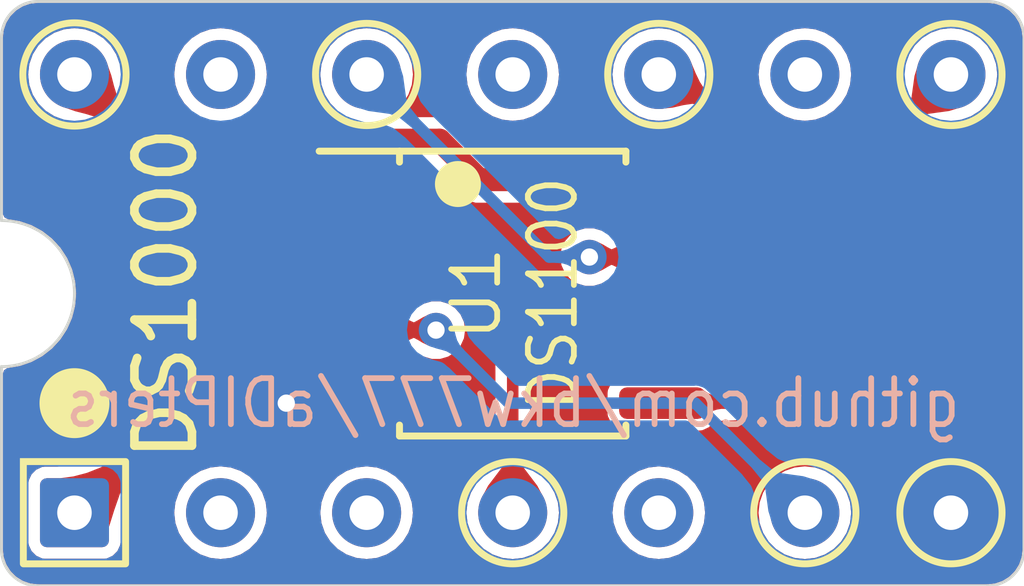
<source format=kicad_pcb>
(kicad_pcb (version 20221018) (generator pcbnew)
  (title_block (title "DS1x00 SOIC8 to DS1000 DIP14 adapter") (date "2023-08-07") (rev "003") (company "Bran. K. White - b.kenyon.w@gmail.com"))
  (layers (0 "F.Cu" signal) (31 "B.Cu" signal) (34 "B.Paste" user) (35 "F.Paste" user) (36 "B.SilkS" user "B.Silkscreen") (37 "F.SilkS" user "F.Silkscreen") (38 "B.Mask" user) (39 "F.Mask" user) (44 "Edge.Cuts" user))
  (net 0 "")
  (net 1 "/IN")
  (net 2 "/TAP2")
  (net 3 "/TAP4")
  (net 4 "GND")
  (net 5 "/TAP5")
  (net 6 "/TAP3")
  (net 7 "/TAP1")
  (net 8 "VCC")
  (footprint "000_LOCAL:DIP14_0.3_pcb_sil_pins" (layer "F.Cu") (at 136.03 103.81 90)
    (fp_text reference "J1" hide)
    (fp_text value "DS1000" hide)
    (fp_circle (center -1.905 -7.62) (end -1.397 -7.62) (stroke (width 0.2)) (fill solid) (layer "F.SilkS"))
    (pad "1" thru_hole roundrect (at -3.81 -7.62 90) (size 1.2 1.2) (drill 0.6) (layers "*.Cu" "*.Mask") (roundrect_rratio 0.1) (net 1 "/IN"))
    (pad "2" thru_hole circle (at -3.81 -5.08 90) (size 1.2 1.2) (drill 0.6) (layers "*.Cu" "*.Mask"))
    (pad "3" thru_hole circle (at -3.81 -2.54 90) (size 1.2 1.2) (drill 0.6) (layers "*.Cu" "*.Mask"))
    (pad "4" thru_hole circle (at -3.81 0 90) (size 1.2 1.2) (drill 0.6) (layers "*.Cu" "*.Mask") (net 2 "/TAP2"))
    (pad "5" thru_hole circle (at -3.81 2.54 90) (size 1.2 1.2) (drill 0.6) (layers "*.Cu" "*.Mask"))
    (pad "6" thru_hole circle (at -3.81 5.08 90) (size 1.2 1.2) (drill 0.6) (layers "*.Cu" "*.Mask") (net 3 "/TAP4"))
    (pad "7" thru_hole circle (at -3.81 7.62 90) (size 1.2 1.2) (drill 0.6) (layers "*.Cu" "*.Mask") (net 4 "GND"))
    (pad "8" thru_hole circle (at 3.81 7.62 90) (size 1.2 1.2) (drill 0.6) (layers "*.Cu" "*.Mask") (net 5 "/TAP5"))
    (pad "9" thru_hole circle (at 3.81 5.08 90) (size 1.2 1.2) (drill 0.6) (layers "*.Cu" "*.Mask"))
    (pad "10" thru_hole circle (at 3.81 2.54 90) (size 1.2 1.2) (drill 0.6) (layers "*.Cu" "*.Mask") (net 6 "/TAP3"))
    (pad "11" thru_hole circle (at 3.81 0 90) (size 1.2 1.2) (drill 0.6) (layers "*.Cu" "*.Mask"))
    (pad "12" thru_hole circle (at 3.81 -2.54 90) (size 1.2 1.2) (drill 0.6) (layers "*.Cu" "*.Mask") (net 7 "/TAP1"))
    (pad "13" thru_hole circle (at 3.81 -5.08 90) (size 1.2 1.2) (drill 0.6) (layers "*.Cu" "*.Mask"))
    (pad "14" thru_hole circle (at 3.81 -7.62 90) (size 1.2 1.2) (drill 0.6) (layers "*.Cu" "*.Mask") (net 8 "VCC"))
  )
  (footprint "000_LOCAL:SOIC-8_3.9x4.9mm_P1.27mm" (layer "F.Cu") (at 136.03 103.81)
    (fp_text reference "U1" (at -0.635 0 90) (layer "F.SilkS") (effects (font (size 0.8 0.8) (thickness 0.1))))
    (fp_text value "DS1100" (at 0.6985 0 90) (layer "F.SilkS") (effects (font (size 0.8 0.7) (thickness 0.1))))
    (fp_line (start -1.9685 -2.286) (end -1.9685 -2.4765) (stroke (width 0.12)) (layer "F.SilkS"))
    (fp_line (start -1.9685 2.4765) (end -1.9685 2.286) (stroke (width 0.12)) (layer "F.SilkS"))
    (fp_line (start 1.9685 -2.4765) (end -3.3655 -2.4765) (stroke (width 0.12)) (layer "F.SilkS"))
    (fp_line (start 1.9685 -2.286) (end 1.9685 -2.4765) (stroke (width 0.12)) (layer "F.SilkS"))
    (fp_line (start 1.9685 2.4765) (end -1.9685 2.4765) (stroke (width 0.12)) (layer "F.SilkS"))
    (fp_line (start 1.9685 2.4765) (end 1.9685 2.286) (stroke (width 0.12)) (layer "F.SilkS"))
    (fp_circle (center -0.9525 -1.905) (end -0.7525 -1.905) (stroke (width 0.4)) (fill none) (layer "F.SilkS"))
    (pad "1" smd roundrect (at -2.6 -1.905) (size 1.5 0.55) (layers "F.Cu" "F.Paste" "F.Mask") (net 1 "/IN"))
    (pad "2" smd roundrect (at -2.6 -0.635) (size 1.5 0.55) (layers "F.Cu" "F.Paste" "F.Mask") (net 2 "/TAP2"))
    (pad "3" smd roundrect (at -2.6 0.635) (size 1.5 0.55) (layers "F.Cu" "F.Paste" "F.Mask") (net 3 "/TAP4"))
    (pad "4" smd roundrect (at -2.6 1.905) (size 1.5 0.55) (layers "F.Cu" "F.Paste" "F.Mask") (net 4 "GND"))
    (pad "5" smd roundrect (at 2.6 1.905) (size 1.5 0.55) (layers "F.Cu" "F.Paste" "F.Mask") (net 5 "/TAP5"))
    (pad "6" smd roundrect (at 2.6 0.635) (size 1.5 0.55) (layers "F.Cu" "F.Paste" "F.Mask") (net 6 "/TAP3"))
    (pad "7" smd roundrect (at 2.6 -0.635) (size 1.5 0.55) (layers "F.Cu" "F.Paste" "F.Mask") (net 7 "/TAP1"))
    (pad "8" smd roundrect (at 2.6 -1.905) (size 1.5 0.55) (layers "F.Cu" "F.Paste" "F.Mask") (net 8 "VCC"))
  )
  (gr_circle (center 143.65 100) (end 143.65 100.889) (stroke (width 0.12)) (fill none) (layer "F.SilkS"))
  (gr_circle (center 138.57 100) (end 138.57 100.889) (stroke (width 0.12)) (fill none) (layer "F.SilkS"))
  (gr_circle (center 143.65 107.62) (end 144.539 107.62) (stroke (width 0.12)) (fill none) (layer "F.SilkS"))
  (gr_rect (start 127.521 106.731) (end 129.299 108.509) (stroke (width 0.12)) (fill none) (layer "F.SilkS"))
  (gr_circle (center 141.11 107.62) (end 141.999 107.62) (stroke (width 0.12)) (fill none) (layer "F.SilkS"))
  (gr_circle (center 133.49 100) (end 133.49 100.889) (stroke (width 0.12)) (fill none) (layer "F.SilkS"))
  (gr_circle (center 128.41 100) (end 128.537 100.889) (stroke (width 0.12)) (fill none) (layer "F.SilkS"))
  (gr_circle (center 136.03 107.62) (end 136.919 107.62) (stroke (width 0.12)) (fill none) (layer "F.SilkS"))
  (gr_line (start 127.775 98.73) (end 144.285 98.73) (stroke (width 0.05)) (layer "Edge.Cuts"))
  (gr_line (start 144.285 108.89) (end 127.775 108.89) (stroke (width 0.05)) (layer "Edge.Cuts"))
  (gr_line (start 144.92 108.255) (end 144.92 99.365) (stroke (width 0.05)) (layer "Edge.Cuts"))
  (gr_arc (start 144.285 98.73) (mid 144.734013 98.915987) (end 144.92 99.365) (stroke (width 0.05)) (layer "Edge.Cuts"))
  (gr_arc (start 127.14 99.365) (mid 127.325987 98.915987) (end 127.775 98.73) (stroke (width 0.05)) (layer "Edge.Cuts"))
  (gr_arc (start 144.92 108.255) (mid 144.734013 108.704013) (end 144.285 108.89) (stroke (width 0.05)) (layer "Edge.Cuts"))
  (gr_line (start 127.14 105.08) (end 127.14 108.255) (stroke (width 0.05)) (layer "Edge.Cuts"))
  (gr_line (start 127.14 102.54) (end 127.14 99.365) (stroke (width 0.05)) (layer "Edge.Cuts"))
  (gr_arc (start 127.775 108.89) (mid 127.325987 108.704013) (end 127.14 108.255) (stroke (width 0.05)) (layer "Edge.Cuts"))
  (gr_arc (start 127.14 102.54) (mid 128.41 103.81) (end 127.14 105.08) (stroke (width 0.05)) (layer "Edge.Cuts"))
  (gr_text "github.com/bkw777/aDIPters" (at 136.03 105.715) (layer "B.SilkS") (effects (font (size 0.8 0.7) (thickness 0.1)) (justify mirror)))
  (gr_text "DS1000" (at 129.9975 103.81 90) (layer "F.SilkS") (effects (font (size 1 1))))
  (segment (start 131.3945 102.76225) (end 131.3945 104.6355) (width 0.2) (layer "F.Cu") (net 1))
  (segment (start 132.25175 101.905) (end 131.3945 102.76225) (width 0.2) (layer "F.Cu") (net 1))
  (segment (start 131.3945 104.6355) (end 128.41 107.62) (width 0.2) (layer "F.Cu") (net 1))
  (segment (start 133.43 101.905) (end 132.25175 101.905) (width 0.2) (layer "F.Cu") (net 1))
  (segment (start 136.03 107.62) (end 136.03 104.0005) (width 0.2) (layer "F.Cu") (net 2))
  (segment (start 136.03 104.0005) (end 135.2045 103.175) (width 0.2) (layer "F.Cu") (net 2))
  (segment (start 135.2045 103.175) (end 133.43 103.175) (width 0.2) (layer "F.Cu") (net 2))
  (segment (start 134.6965 104.445) (end 133.43 104.445) (width 0.2) (layer "F.Cu") (net 3))
  (via (at 134.6965 104.445) (size 0.6) (drill 0.3) (layers "F.Cu" "B.Cu") (net 3))
  (segment (start 135.9665 105.715) (end 139.205 105.715) (width 0.2) (layer "B.Cu") (net 3))
  (segment (start 139.205 105.715) (end 141.11 107.62) (width 0.2) (layer "B.Cu") (net 3))
  (segment (start 134.6965 104.445) (end 135.9665 105.715) (width 0.2) (layer "B.Cu") (net 3))
  (via (at 132.093 105.715) (size 0.6) (drill 0.3) (layers "F.Cu" "B.Cu") (net 4))
  (segment (start 142.38 101.27) (end 143.65 100) (width 0.2) (layer "F.Cu") (net 5))
  (segment (start 138.63 105.715) (end 139.84 105.715) (width 0.2) (layer "F.Cu") (net 5))
  (segment (start 139.84 105.715) (end 142.38 103.175) (width 0.2) (layer "F.Cu") (net 5))
  (segment (start 142.38 103.175) (end 142.38 101.27) (width 0.2) (layer "F.Cu") (net 5))
  (segment (start 139.6495 104.445) (end 140.2845 103.81) (width 0.2) (layer "F.Cu") (net 6))
  (segment (start 138.63 104.445) (end 139.6495 104.445) (width 0.2) (layer "F.Cu") (net 6))
  (segment (start 140.2845 103.81) (end 140.2845 101.3335) (width 0.2) (layer "F.Cu") (net 6))
  (segment (start 138.951 100) (end 138.57 100) (width 0.2) (layer "F.Cu") (net 6))
  (segment (start 140.2845 101.3335) (end 138.951 100) (width 0.2) (layer "F.Cu") (net 6))
  (segment (start 137.3635 103.175) (end 138.63 103.175) (width 0.2) (layer "F.Cu") (net 7))
  (via (at 137.3635 103.175) (size 0.6) (drill 0.3) (layers "F.Cu" "B.Cu") (net 7))
  (segment (start 136.665 103.175) (end 133.49 100) (width 0.2) (layer "B.Cu") (net 7))
  (segment (start 137.3635 103.175) (end 136.665 103.175) (width 0.2) (layer "B.Cu") (net 7))
  (segment (start 138.5538 101.8288) (end 135.4458 101.8288) (width 0.4) (layer "F.Cu") (net 8))
  (segment (start 138.63 101.905) (end 138.5538 101.8288) (width 0.4) (layer "F.Cu") (net 8))
  (segment (start 129.553 101.143) (end 128.41 100) (width 0.4) (layer "F.Cu") (net 8))
  (segment (start 134.76 101.143) (end 129.553 101.143) (width 0.4) (layer "F.Cu") (net 8))
  (segment (start 135.4458 101.8288) (end 134.76 101.143) (width 0.4) (layer "F.Cu") (net 8))
  (zone (net 4) (net_name "GND") (layer "F.Cu") (connect_pads yes (clearance 0.2)) (min_thickness 0.2) (fill yes (thermal_gap 0.2) (thermal_bridge_width 0.3) (smoothing fillet) (radius 0.1))
    (polygon (pts (xy 144.92 98.73) (xy 144.92 108.89) (xy 127.14 108.89) (xy 127.14 98.73)))
  )
  (zone (net 4) (net_name "GND") (layer "B.Cu") (connect_pads yes (clearance 0.2)) (min_thickness 0.2) (fill yes (thermal_gap 0.2) (thermal_bridge_width 0.3) (smoothing fillet) (radius 0.1))
    (polygon (pts (xy 144.92 98.73) (xy 144.92 108.89) (xy 127.14 108.89) (xy 127.14 98.73)))
  )
)
</source>
